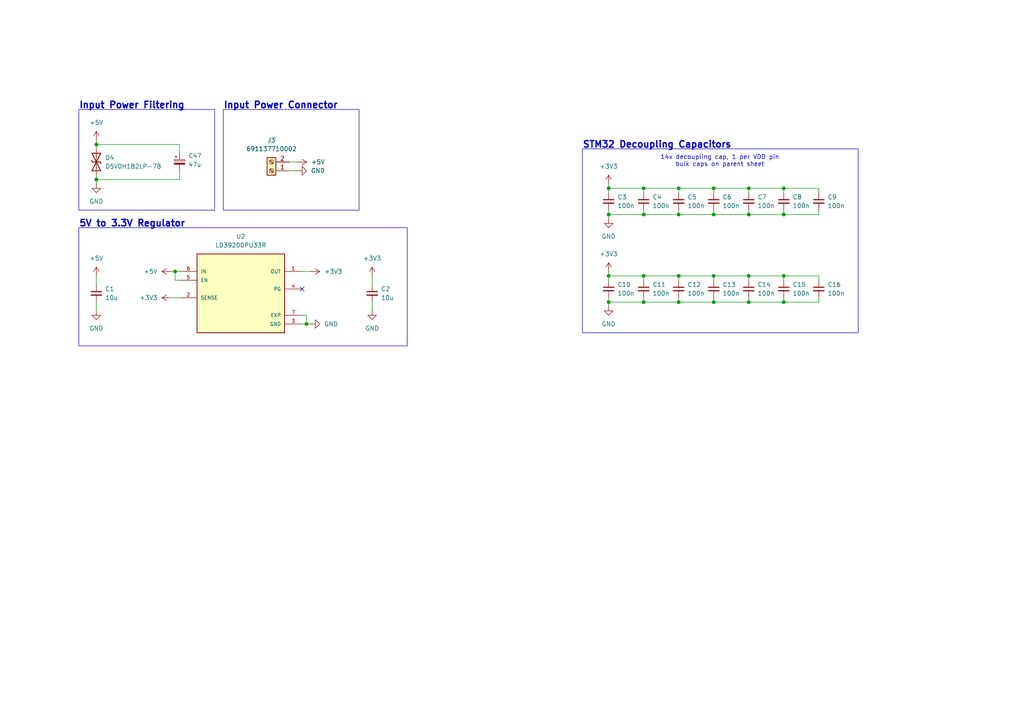
<source format=kicad_sch>
(kicad_sch (version 20250114) (generator "eeschema") (generator_version "9.0")
  (paper "A4")
  (lib_symbols
    (symbol "Connector:Screw_Terminal_01x02" (pin_names (offset 1.016) (hide yes))
      (property "Reference" "J" (at 0 2.54 0))
      (property "Value" "Screw_Terminal_01x02" (at 0 -5.08 0))
      (symbol "Screw_Terminal_01x02_1_1"
        (rectangle (start -1.27 1.27) (end 1.27 -3.81) (stroke (width 0.254)) (fill (type background)))
        (polyline (pts (xy -0.5334 0.3302) (xy 0.3302 -0.508)) (stroke (width 0.1524)))
        (polyline (pts (xy -0.5334 -2.2098) (xy 0.3302 -3.048)) (stroke (width 0.1524)))
        (polyline (pts (xy -0.3556 0.508) (xy 0.508 -0.3302)) (stroke (width 0.1524)))
        (polyline (pts (xy -0.3556 -2.032) (xy 0.508 -2.8702)) (stroke (width 0.1524)))
        (circle (center 0 0) (radius 0.635) (stroke (width 0.1524)))
        (circle (center 0 -2.54) (radius 0.635) (stroke (width 0.1524)))
        (pin passive line (at -5.08 0 0) (length 3.81) (name "Pin_1") (number "1"))
        (pin passive line (at -5.08 -2.54 0) (length 3.81) (name "Pin_2") (number "2"))
      )
    )
    (symbol "Device:C_Polarized_Small" (pin_numbers (hide yes)) (pin_names (offset 0.254) (hide yes))
      (property "Reference" "C" (at 0.254 1.778 0))
      (property "Value" "C_Polarized_Small" (at 0.254 -2.032 0))
      (symbol "C_Polarized_Small_0_1"
        (rectangle (start -1.524 0.6858) (end 1.524 0.3048))
        (rectangle (start -1.524 -0.3048) (end 1.524 -0.6858) (fill (type outline)))
        (polyline (pts (xy -1.27 1.524) (xy -0.762 1.524)))
        (polyline (pts (xy -1.016 1.27) (xy -1.016 1.778)))
      )
      (symbol "C_Polarized_Small_1_1"
        (pin passive line (at 0 2.54 270) (length 1.8542) (name "~") (number "1"))
        (pin passive line (at 0 -2.54 90) (length 1.8542) (name "~") (number "2"))
      )
    )
    (symbol "Device:C_Small" (pin_numbers (hide yes)) (pin_names (offset 0.254) (hide yes))
      (property "Reference" "C" (at 0.254 1.778 0))
      (property "Value" "C_Small" (at 0.254 -2.032 0))
      (symbol "C_Small_0_1"
        (polyline (pts (xy -1.524 0.508) (xy 1.524 0.508)) (stroke (width 0.3048)))
        (polyline (pts (xy -1.524 -0.508) (xy 1.524 -0.508)) (stroke (width 0.3302)))
      )
      (symbol "C_Small_1_1"
        (pin passive line (at 0 2.54 270) (length 2.032) (name "~") (number "1"))
        (pin passive line (at 0 -2.54 90) (length 2.032) (name "~") (number "2"))
      )
    )
    (symbol "Device:D_TVS" (pin_numbers (hide yes)) (pin_names (offset 1.016) (hide yes))
      (property "Reference" "D" (at 0 2.54 0))
      (property "Value" "D_TVS" (at 0 -2.54 0))
      (symbol "D_TVS_0_1"
        (polyline (pts (xy -2.54 1.27) (xy -2.54 -1.27) (xy 2.54 1.27) (xy 2.54 -1.27) (xy -2.54 1.27)) (stroke (width 0.254)))
        (polyline (pts (xy 0.508 1.27) (xy 0 1.27) (xy 0 -1.27) (xy -0.508 -1.27)) (stroke (width 0.254)))
        (polyline (pts (xy 1.27 0) (xy -1.27 0)))
      )
      (symbol "D_TVS_1_1"
        (pin passive line (at -3.81 0 0) (length 2.54) (name "A1") (number "1"))
        (pin passive line (at 3.81 0 180) (length 2.54) (name "A2") (number "2"))
      )
    )
    (symbol "LD39200PU33R:LD39200PU33R" (pin_names (offset 1.016))
      (property "Reference" "U" (at -12.7 13.462 0))
      (property "Value" "LD39200PU33R" (at -12.7 -12.7 0))
      (symbol "LD39200PU33R_0_0"
        (rectangle (start -12.7 -10.16) (end 12.7 12.7) (stroke (width 0.254)) (fill (type background)))
        (pin input line (at -17.78 7.62 0) (length 5.08) (name "IN") (number "6"))
        (pin input line (at -17.78 5.08 0) (length 5.08) (name "EN") (number "5"))
        (pin input line (at -17.78 0 0) (length 5.08) (name "SENSE") (number "2"))
        (pin output line (at 17.78 7.62 180) (length 5.08) (name "OUT") (number "1"))
        (pin output line (at 17.78 2.54 180) (length 5.08) (name "PG") (number "4"))
        (pin power_in line (at 17.78 -5.08 180) (length 5.08) (name "EXP") (number "7"))
        (pin power_in line (at 17.78 -7.62 180) (length 5.08) (name "GND") (number "3"))
      )
    )
    (symbol "power:+3V3" (power) (pin_numbers (hide yes)) (pin_names (offset 0) (hide yes))
      (property "Value" "+3V3" (at 0 3.556 0))
      (symbol "+3V3_0_1"
        (polyline (pts (xy -0.762 1.27) (xy 0 2.54)))
        (polyline (pts (xy 0 2.54) (xy 0.762 1.27)))
        (polyline (pts (xy 0 0) (xy 0 2.54)))
      )
      (symbol "+3V3_1_1"
        (pin power_in line (at 0 0 90) (length 0) (name "~") (number "1"))
      )
    )
    (symbol "power:+5V" (power) (pin_numbers (hide yes)) (pin_names (offset 0) (hide yes))
      (property "Value" "+5V" (at 0 3.556 0))
      (symbol "+5V_0_1"
        (polyline (pts (xy -0.762 1.27) (xy 0 2.54)))
        (polyline (pts (xy 0 2.54) (xy 0.762 1.27)))
        (polyline (pts (xy 0 0) (xy 0 2.54)))
      )
      (symbol "+5V_1_1"
        (pin power_in line (at 0 0 90) (length 0) (name "~") (number "1"))
      )
    )
    (symbol "power:GND" (power) (pin_numbers (hide yes)) (pin_names (offset 0) (hide yes))
      (property "Value" "GND" (at 0 -3.81 0))
      (symbol "GND_0_1"
        (polyline (pts (xy 0 0) (xy 0 -1.27) (xy 1.27 -1.27) (xy 0 -2.54) (xy -1.27 -1.27) (xy 0 -1.27)))
      )
      (symbol "GND_1_1"
        (pin power_in line (at 0 0 270) (length 0) (name "~") (number "1"))
      )
    )
  )
  (rectangle (start 168.91 43.18) (end 248.92 96.52))
  (rectangle (start 64.77 31.75) (end 104.14 60.96))
  (rectangle (start 22.86 66.04) (end 118.11 100.33))
  (rectangle (start 22.86 31.75) (end 62.23 60.96))
  (text "STM32 Decoupling Capacitors" (at 168.91 43.18 0) (effects (font (size 1.905 1.905) (thickness 0.381) (bold yes)) (justify left bottom)))
  (text "14x decoupling cap, 1 per VDD pin\nbulk caps on parent sheet" (at 208.788 46.736 0) (effects (font (size 1.27 1.27))))
  (text "Input Power Filtering" (at 22.86 31.75 0) (effects (font (size 1.905 1.905) (thickness 0.381) (bold yes)) (justify left bottom)))
  (text "5V to 3.3V Regulator" (at 22.86 66.04 0) (effects (font (size 1.905 1.905) (thickness 0.381) (bold yes)) (justify left bottom)))
  (text "Input Power Connector" (at 64.77 31.75 0) (effects (font (size 1.905 1.905) (thickness 0.381) (bold yes)) (justify left bottom)))
  (junction (at 176.53 54.61))
  (junction (at 227.33 80.01))
  (junction (at 207.01 87.63))
  (junction (at 196.85 80.01))
  (junction (at 227.33 62.23))
  (junction (at 50.8 78.74))
  (junction (at 196.85 87.63))
  (junction (at 217.17 87.63))
  (junction (at 186.69 62.23))
  (junction (at 186.69 80.01))
  (junction (at 88.9 93.98))
  (junction (at 196.85 54.61))
  (junction (at 176.53 80.01))
  (junction (at 207.01 54.61))
  (junction (at 217.17 80.01))
  (junction (at 186.69 54.61))
  (junction (at 207.01 62.23))
  (junction (at 186.69 87.63))
  (junction (at 176.53 62.23))
  (junction (at 207.01 80.01))
  (junction (at 227.33 87.63))
  (junction (at 27.94 52.07))
  (junction (at 27.94 41.91))
  (junction (at 176.53 87.63))
  (junction (at 227.33 54.61))
  (junction (at 217.17 54.61))
  (junction (at 196.85 62.23))
  (junction (at 217.17 62.23))
  (no_connect (at 87.63 83.82))
  (wire (pts (xy 237.49 86.36) (xy 237.49 87.63)))
  (wire (pts (xy 217.17 60.96) (xy 217.17 62.23)))
  (wire (pts (xy 50.8 81.28) (xy 50.8 78.74)))
  (wire (pts (xy 196.85 86.36) (xy 196.85 87.63)))
  (wire (pts (xy 176.53 62.23) (xy 176.53 63.5)))
  (wire (pts (xy 176.53 80.01) (xy 176.53 81.28)))
  (wire (pts (xy 217.17 54.61) (xy 217.17 55.88)))
  (wire (pts (xy 49.53 78.74) (xy 50.8 78.74)))
  (wire (pts (xy 50.8 78.74) (xy 52.07 78.74)))
  (wire (pts (xy 27.94 52.07) (xy 52.07 52.07)))
  (wire (pts (xy 27.94 80.01) (xy 27.94 82.55)))
  (wire (pts (xy 217.17 80.01) (xy 207.01 80.01)))
  (wire (pts (xy 217.17 86.36) (xy 217.17 87.63)))
  (wire (pts (xy 196.85 54.61) (xy 196.85 55.88)))
  (wire (pts (xy 207.01 86.36) (xy 207.01 87.63)))
  (wire (pts (xy 88.9 91.44) (xy 88.9 93.98)))
  (wire (pts (xy 52.07 49.53) (xy 52.07 52.07)))
  (wire (pts (xy 227.33 87.63) (xy 217.17 87.63)))
  (wire (pts (xy 88.9 93.98) (xy 90.17 93.98)))
  (wire (pts (xy 196.85 87.63) (xy 186.69 87.63)))
  (wire (pts (xy 176.53 60.96) (xy 176.53 62.23)))
  (wire (pts (xy 107.95 87.63) (xy 107.95 90.17)))
  (wire (pts (xy 237.49 60.96) (xy 237.49 62.23)))
  (wire (pts (xy 186.69 62.23) (xy 176.53 62.23)))
  (wire (pts (xy 207.01 60.96) (xy 207.01 62.23)))
  (wire (pts (xy 27.94 87.63) (xy 27.94 90.17)))
  (wire (pts (xy 237.49 55.88) (xy 237.49 54.61)))
  (wire (pts (xy 186.69 87.63) (xy 176.53 87.63)))
  (wire (pts (xy 196.85 80.01) (xy 196.85 81.28)))
  (wire (pts (xy 27.94 41.91) (xy 52.07 41.91)))
  (wire (pts (xy 176.53 87.63) (xy 176.53 88.9)))
  (wire (pts (xy 207.01 54.61) (xy 217.17 54.61)))
  (wire (pts (xy 227.33 54.61) (xy 237.49 54.61)))
  (wire (pts (xy 227.33 80.01) (xy 217.17 80.01)))
  (wire (pts (xy 207.01 80.01) (xy 207.01 81.28)))
  (wire (pts (xy 227.33 86.36) (xy 227.33 87.63)))
  (wire (pts (xy 237.49 87.63) (xy 227.33 87.63)))
  (wire (pts (xy 196.85 62.23) (xy 186.69 62.23)))
  (wire (pts (xy 227.33 54.61) (xy 227.33 55.88)))
  (wire (pts (xy 186.69 80.01) (xy 186.69 81.28)))
  (wire (pts (xy 237.49 81.28) (xy 237.49 80.01)))
  (wire (pts (xy 227.33 62.23) (xy 217.17 62.23)))
  (wire (pts (xy 227.33 80.01) (xy 227.33 81.28)))
  (wire (pts (xy 227.33 60.96) (xy 227.33 62.23)))
  (wire (pts (xy 186.69 54.61) (xy 176.53 54.61)))
  (wire (pts (xy 207.01 54.61) (xy 207.01 55.88)))
  (wire (pts (xy 237.49 62.23) (xy 227.33 62.23)))
  (wire (pts (xy 186.69 54.61) (xy 196.85 54.61)))
  (wire (pts (xy 217.17 87.63) (xy 207.01 87.63)))
  (wire (pts (xy 217.17 80.01) (xy 217.17 81.28)))
  (wire (pts (xy 27.94 50.8) (xy 27.94 52.07)))
  (wire (pts (xy 217.17 62.23) (xy 207.01 62.23)))
  (wire (pts (xy 176.53 54.61) (xy 176.53 53.34)))
  (wire (pts (xy 196.85 54.61) (xy 207.01 54.61)))
  (wire (pts (xy 237.49 80.01) (xy 227.33 80.01)))
  (wire (pts (xy 207.01 62.23) (xy 196.85 62.23)))
  (wire (pts (xy 186.69 60.96) (xy 186.69 62.23)))
  (wire (pts (xy 87.63 78.74) (xy 90.17 78.74)))
  (wire (pts (xy 83.82 49.53) (xy 86.36 49.53)))
  (wire (pts (xy 196.85 80.01) (xy 186.69 80.01)))
  (wire (pts (xy 27.94 41.91) (xy 27.94 43.18)))
  (wire (pts (xy 176.53 86.36) (xy 176.53 87.63)))
  (wire (pts (xy 217.17 54.61) (xy 227.33 54.61)))
  (wire (pts (xy 49.53 86.36) (xy 52.07 86.36)))
  (wire (pts (xy 176.53 54.61) (xy 176.53 55.88)))
  (wire (pts (xy 186.69 54.61) (xy 186.69 55.88)))
  (wire (pts (xy 52.07 81.28) (xy 50.8 81.28)))
  (wire (pts (xy 27.94 52.07) (xy 27.94 53.34)))
  (wire (pts (xy 83.82 46.99) (xy 86.36 46.99)))
  (wire (pts (xy 207.01 87.63) (xy 196.85 87.63)))
  (wire (pts (xy 87.63 93.98) (xy 88.9 93.98)))
  (wire (pts (xy 52.07 41.91) (xy 52.07 44.45)))
  (wire (pts (xy 186.69 86.36) (xy 186.69 87.63)))
  (wire (pts (xy 87.63 91.44) (xy 88.9 91.44)))
  (wire (pts (xy 107.95 80.01) (xy 107.95 82.55)))
  (wire (pts (xy 186.69 80.01) (xy 176.53 80.01)))
  (wire (pts (xy 176.53 80.01) (xy 176.53 78.74)))
  (wire (pts (xy 207.01 80.01) (xy 196.85 80.01)))
  (wire (pts (xy 196.85 60.96) (xy 196.85 62.23)))
  (wire (pts (xy 27.94 40.64) (xy 27.94 41.91)))
  (symbol (lib_id "Device:C_Small") (at 186.69 83.82 0) (mirror y) (unit 1)
    (property "Reference" "C11" (at 189.23 82.5562 0) (effects (justify right)))
    (property "Value" "100n" (at 189.23 85.0962 0) (effects (justify right)))
    (property "Footprint" "Capacitor_SMD:C_0402_1005Metric" (effects (hide yes)))
    (property "Description" "Unpolarized capacitor, small symbol" (effects (hide yes)))
  )
  (symbol (lib_id "power:GND") (at 27.94 90.17 0) (unit 1)
    (property "Reference" "#PWR08" (effects (hide yes)))
    (property "Value" "GND" (at 27.94 95.25 0))
    (property "Description" "Power symbol creates a global label with name \"GND\" , ground" (effects (hide yes)))
  )
  (symbol (lib_id "power:GND") (at 90.17 93.98 90) (unit 1)
    (property "Reference" "#PWR06" (effects (hide yes)))
    (property "Value" "GND" (at 93.98 93.9799 90) (effects (justify right)))
    (property "Description" "Power symbol creates a global label with name \"GND\" , ground" (effects (hide yes)))
  )
  (symbol (lib_id "Device:C_Small") (at 227.33 58.42 0) (mirror y) (unit 1)
    (property "Reference" "C8" (at 229.87 57.1562 0) (effects (justify right)))
    (property "Value" "100n" (at 229.87 59.6962 0) (effects (justify right)))
    (property "Footprint" "Capacitor_SMD:C_0402_1005Metric" (effects (hide yes)))
    (property "Description" "Unpolarized capacitor, small symbol" (effects (hide yes)))
  )
  (symbol (lib_id "power:GND") (at 176.53 63.5 0) (unit 1)
    (property "Reference" "#PWR012" (effects (hide yes)))
    (property "Value" "GND" (at 176.53 68.58 0))
    (property "Description" "Power symbol creates a global label with name \"GND\" , ground" (effects (hide yes)))
  )
  (symbol (lib_id "power:GND") (at 86.36 49.53 90) (unit 1)
    (property "Reference" "#PWR053" (effects (hide yes)))
    (property "Value" "GND" (at 90.17 49.5299 90) (effects (justify right)))
    (property "Description" "Power symbol creates a global label with name \"GND\" , ground" (effects (hide yes)))
  )
  (symbol (lib_id "power:+3V3") (at 107.95 80.01 0) (unit 1)
    (property "Reference" "#PWR09" (effects (hide yes)))
    (property "Value" "+3V3" (at 107.95 74.93 0))
    (property "Description" "Power symbol creates a global label with name \"+3V3\"" (effects (hide yes)))
  )
  (symbol (lib_id "power:+5V") (at 86.36 46.99 270) (unit 1)
    (property "Reference" "#PWR052" (effects (hide yes)))
    (property "Value" "+5V" (at 90.17 46.9899 90) (effects (justify left)))
    (property "Description" "Power symbol creates a global label with name \"+5V\"" (effects (hide yes)))
  )
  (symbol (lib_id "Device:C_Small") (at 196.85 83.82 0) (mirror y) (unit 1)
    (property "Reference" "C12" (at 199.39 82.5562 0) (effects (justify right)))
    (property "Value" "100n" (at 199.39 85.0962 0) (effects (justify right)))
    (property "Footprint" "Capacitor_SMD:C_0402_1005Metric" (effects (hide yes)))
    (property "Description" "Unpolarized capacitor, small symbol" (effects (hide yes)))
  )
  (symbol (lib_id "Device:C_Small") (at 207.01 83.82 0) (mirror y) (unit 1)
    (property "Reference" "C13" (at 209.55 82.5562 0) (effects (justify right)))
    (property "Value" "100n" (at 209.55 85.0962 0) (effects (justify right)))
    (property "Footprint" "Capacitor_SMD:C_0402_1005Metric" (effects (hide yes)))
    (property "Description" "Unpolarized capacitor, small symbol" (effects (hide yes)))
  )
  (symbol (lib_id "Device:C_Small") (at 27.94 85.09 0) (mirror y) (unit 1)
    (property "Reference" "C1" (at 30.48 83.8262 0) (effects (justify right)))
    (property "Value" "10u" (at 30.48 86.3662 0) (effects (justify right)))
    (property "Footprint" "Capacitor_SMD:C_0805_2012Metric" (effects (hide yes)))
    (property "Description" "Unpolarized capacitor, small symbol" (effects (hide yes)))
  )
  (symbol (lib_id "power:+3V3") (at 49.53 86.36 90) (unit 1)
    (property "Reference" "#PWR04" (effects (hide yes)))
    (property "Value" "+3V3" (at 45.72 86.3599 90) (effects (justify left)))
    (property "Description" "Power symbol creates a global label with name \"+3V3\"" (effects (hide yes)))
  )
  (symbol (lib_id "LD39200PU33R:LD39200PU33R") (at 69.85 86.36 0) (unit 1)
    (property "Reference" "U2" (at 69.85 68.58 0))
    (property "Value" "LD39200PU33R" (at 69.85 71.12 0))
    (property "Footprint" "LD39200PU33R:SON95P300X300X100-7N" (effects (hide yes)))
    (property "B_NOM" "0.34" (effects (hide yes)))
    (property "A_MAX" "1.0" (effects (hide yes)))
    (property "B_MAX" "0.45" (effects (hide yes)))
    (property "ENOM" "0.95" (effects (hide yes)))
    (property "D_NOM" "3.0" (effects (hide yes)))
    (property "D_MAX" "3.1" (effects (hide yes)))
    (property "L_MAX" "0.5" (effects (hide yes)))
    (property "E2_NOM" "1.625" (effects (hide yes)))
    (property "STANDARD" "IPC 7351B" (effects (hide yes)))
    (property "PARTREV" "3" (effects (hide yes)))
    (property "E_NOM" "3.0" (effects (hide yes)))
    (property "B_MIN" "0.23" (effects (hide yes)))
    (property "D2_NOM" "2.365" (effects (hide yes)))
    (property "PIN_COUNT" "6.0" (effects (hide yes)))
    (property "L_NOM" "0.4" (effects (hide yes)))
    (property "MANUFACTURER" "ST Microelectronics" (effects (hide yes)))
    (property "MAXIMUM_PACKAGE_HEIGHT" "1.0mm" (effects (hide yes)))
    (property "E_MIN" "2.9" (effects (hide yes)))
    (property "D_MIN" "2.9" (effects (hide yes)))
    (property "L_MIN" "0.3" (effects (hide yes)))
    (property "E_MAX" "3.1" (effects (hide yes)))
  )
  (symbol (lib_id "Device:C_Small") (at 237.49 83.82 0) (mirror y) (unit 1)
    (property "Reference" "C16" (at 240.03 82.5562 0) (effects (justify right)))
    (property "Value" "100n" (at 240.03 85.0962 0) (effects (justify right)))
    (property "Footprint" "Capacitor_SMD:C_0402_1005Metric" (effects (hide yes)))
    (property "Description" "Unpolarized capacitor, small symbol" (effects (hide yes)))
  )
  (symbol (lib_id "power:GND") (at 27.94 53.34 0) (unit 1)
    (property "Reference" "#PWR051" (effects (hide yes)))
    (property "Value" "GND" (at 27.94 58.42 0))
    (property "Description" "Power symbol creates a global label with name \"GND\" , ground" (effects (hide yes)))
  )
  (symbol (lib_id "Device:C_Small") (at 107.95 85.09 0) (mirror y) (unit 1)
    (property "Reference" "C2" (at 110.49 83.8262 0) (effects (justify right)))
    (property "Value" "10u" (at 110.49 86.3662 0) (effects (justify right)))
    (property "Footprint" "Capacitor_SMD:C_0805_2012Metric" (effects (hide yes)))
    (property "Description" "Unpolarized capacitor, small symbol" (effects (hide yes)))
  )
  (symbol (lib_id "Connector:Screw_Terminal_01x02") (at 78.74 49.53 180) (unit 1)
    (property "Reference" "J3" (at 78.74 40.64 0))
    (property "Value" "691137710002" (at 78.74 43.18 0))
    (property "Footprint" "691137710002:691137710002" (effects (hide yes)))
    (property "Description" "Generic screw terminal, single row, 01x02, script generated (kicad-library-utils/schlib/autogen/connector/)" (effects (hide yes)))
  )
  (symbol (lib_id "power:+3V3") (at 176.53 53.34 0) (unit 1)
    (property "Reference" "#PWR011" (effects (hide yes)))
    (property "Value" "+3V3" (at 176.53 48.26 0))
    (property "Description" "Power symbol creates a global label with name \"+3V3\"" (effects (hide yes)))
  )
  (symbol (lib_id "power:+3V3") (at 176.53 78.74 0) (unit 1)
    (property "Reference" "#PWR014" (effects (hide yes)))
    (property "Value" "+3V3" (at 176.53 73.66 0))
    (property "Description" "Power symbol creates a global label with name \"+3V3\"" (effects (hide yes)))
  )
  (symbol (lib_id "Device:C_Polarized_Small") (at 52.07 46.99 0) (unit 1)
    (property "Reference" "C47" (at 54.61 45.1738 0) (effects (justify left)))
    (property "Value" "47u" (at 54.61 47.7138 0) (effects (justify left)))
    (property "Footprint" "865080342006:WCAP-ASLI_5X5.5_DXL_" (effects (hide yes)))
    (property "Description" "Polarized capacitor, small symbol" (effects (hide yes)))
  )
  (symbol (lib_id "Device:C_Small") (at 176.53 83.82 0) (mirror y) (unit 1)
    (property "Reference" "C10" (at 179.07 82.5562 0) (effects (justify right)))
    (property "Value" "100n" (at 179.07 85.0962 0) (effects (justify right)))
    (property "Footprint" "Capacitor_SMD:C_0402_1005Metric" (effects (hide yes)))
    (property "Description" "Unpolarized capacitor, small symbol" (effects (hide yes)))
  )
  (symbol (lib_id "Device:C_Small") (at 227.33 83.82 0) (mirror y) (unit 1)
    (property "Reference" "C15" (at 229.87 82.5562 0) (effects (justify right)))
    (property "Value" "100n" (at 229.87 85.0962 0) (effects (justify right)))
    (property "Footprint" "Capacitor_SMD:C_0402_1005Metric" (effects (hide yes)))
    (property "Description" "Unpolarized capacitor, small symbol" (effects (hide yes)))
  )
  (symbol (lib_id "power:GND") (at 107.95 90.17 0) (unit 1)
    (property "Reference" "#PWR010" (effects (hide yes)))
    (property "Value" "GND" (at 107.95 95.25 0))
    (property "Description" "Power symbol creates a global label with name \"GND\" , ground" (effects (hide yes)))
  )
  (symbol (lib_id "Device:C_Small") (at 217.17 83.82 0) (mirror y) (unit 1)
    (property "Reference" "C14" (at 219.71 82.5562 0) (effects (justify right)))
    (property "Value" "100n" (at 219.71 85.0962 0) (effects (justify right)))
    (property "Footprint" "Capacitor_SMD:C_0402_1005Metric" (effects (hide yes)))
    (property "Description" "Unpolarized capacitor, small symbol" (effects (hide yes)))
  )
  (symbol (lib_id "Device:C_Small") (at 217.17 58.42 0) (mirror y) (unit 1)
    (property "Reference" "C7" (at 219.71 57.1562 0) (effects (justify right)))
    (property "Value" "100n" (at 219.71 59.6962 0) (effects (justify right)))
    (property "Footprint" "Capacitor_SMD:C_0402_1005Metric" (effects (hide yes)))
    (property "Description" "Unpolarized capacitor, small symbol" (effects (hide yes)))
  )
  (symbol (lib_id "Device:D_TVS") (at 27.94 46.99 90) (unit 1)
    (property "Reference" "D4" (at 30.48 45.7199 90) (effects (justify right)))
    (property "Value" "D5V0H1B2LP-7B" (at 30.48 48.2599 90) (effects (justify right)))
    (property "Footprint" "Diode_SMD:D_0402_1005Metric" (effects (hide yes)))
    (property "Description" "Bidirectional transient-voltage-suppression diode" (effects (hide yes)))
  )
  (symbol (lib_id "Device:C_Small") (at 207.01 58.42 0) (mirror y) (unit 1)
    (property "Reference" "C6" (at 209.55 57.1562 0) (effects (justify right)))
    (property "Value" "100n" (at 209.55 59.6962 0) (effects (justify right)))
    (property "Footprint" "Capacitor_SMD:C_0402_1005Metric" (effects (hide yes)))
    (property "Description" "Unpolarized capacitor, small symbol" (effects (hide yes)))
  )
  (symbol (lib_id "power:GND") (at 176.53 88.9 0) (unit 1)
    (property "Reference" "#PWR013" (effects (hide yes)))
    (property "Value" "GND" (at 176.53 93.98 0))
    (property "Description" "Power symbol creates a global label with name \"GND\" , ground" (effects (hide yes)))
  )
  (symbol (lib_id "power:+5V") (at 27.94 40.64 0) (unit 1)
    (property "Reference" "#PWR039" (effects (hide yes)))
    (property "Value" "+5V" (at 27.94 35.56 0))
    (property "Description" "Power symbol creates a global label with name \"+5V\"" (effects (hide yes)))
  )
  (symbol (lib_id "power:+5V") (at 27.94 80.01 0) (unit 1)
    (property "Reference" "#PWR07" (effects (hide yes)))
    (property "Value" "+5V" (at 27.94 74.93 0))
    (property "Description" "Power symbol creates a global label with name \"+5V\"" (effects (hide yes)))
  )
  (symbol (lib_id "power:+5V") (at 49.53 78.74 90) (unit 1)
    (property "Reference" "#PWR05" (effects (hide yes)))
    (property "Value" "+5V" (at 45.72 78.7399 90) (effects (justify left)))
    (property "Description" "Power symbol creates a global label with name \"+5V\"" (effects (hide yes)))
  )
  (symbol (lib_id "power:+3V3") (at 90.17 78.74 270) (unit 1)
    (property "Reference" "#PWR03" (effects (hide yes)))
    (property "Value" "+3V3" (at 93.98 78.7399 90) (effects (justify left)))
    (property "Description" "Power symbol creates a global label with name \"+3V3\"" (effects (hide yes)))
  )
  (symbol (lib_id "Device:C_Small") (at 196.85 58.42 0) (mirror y) (unit 1)
    (property "Reference" "C5" (at 199.39 57.1562 0) (effects (justify right)))
    (property "Value" "100n" (at 199.39 59.6962 0) (effects (justify right)))
    (property "Footprint" "Capacitor_SMD:C_0402_1005Metric" (effects (hide yes)))
    (property "Description" "Unpolarized capacitor, small symbol" (effects (hide yes)))
  )
  (symbol (lib_id "Device:C_Small") (at 237.49 58.42 0) (mirror y) (unit 1)
    (property "Reference" "C9" (at 240.03 57.1562 0) (effects (justify right)))
    (property "Value" "100n" (at 240.03 59.6962 0) (effects (justify right)))
    (property "Footprint" "Capacitor_SMD:C_0402_1005Metric" (effects (hide yes)))
    (property "Description" "Unpolarized capacitor, small symbol" (effects (hide yes)))
  )
  (symbol (lib_id "Device:C_Small") (at 186.69 58.42 0) (mirror y) (unit 1)
    (property "Reference" "C4" (at 189.23 57.1562 0) (effects (justify right)))
    (property "Value" "100n" (at 189.23 59.6962 0) (effects (justify right)))
    (property "Footprint" "Capacitor_SMD:C_0402_1005Metric" (effects (hide yes)))
    (property "Description" "Unpolarized capacitor, small symbol" (effects (hide yes)))
  )
  (symbol (lib_id "Device:C_Small") (at 176.53 58.42 0) (mirror y) (unit 1)
    (property "Reference" "C3" (at 179.07 57.1562 0) (effects (justify right)))
    (property "Value" "100n" (at 179.07 59.6962 0) (effects (justify right)))
    (property "Footprint" "Capacitor_SMD:C_0402_1005Metric" (effects (hide yes)))
    (property "Description" "Unpolarized capacitor, small symbol" (effects (hide yes)))
  )
)
</source>
